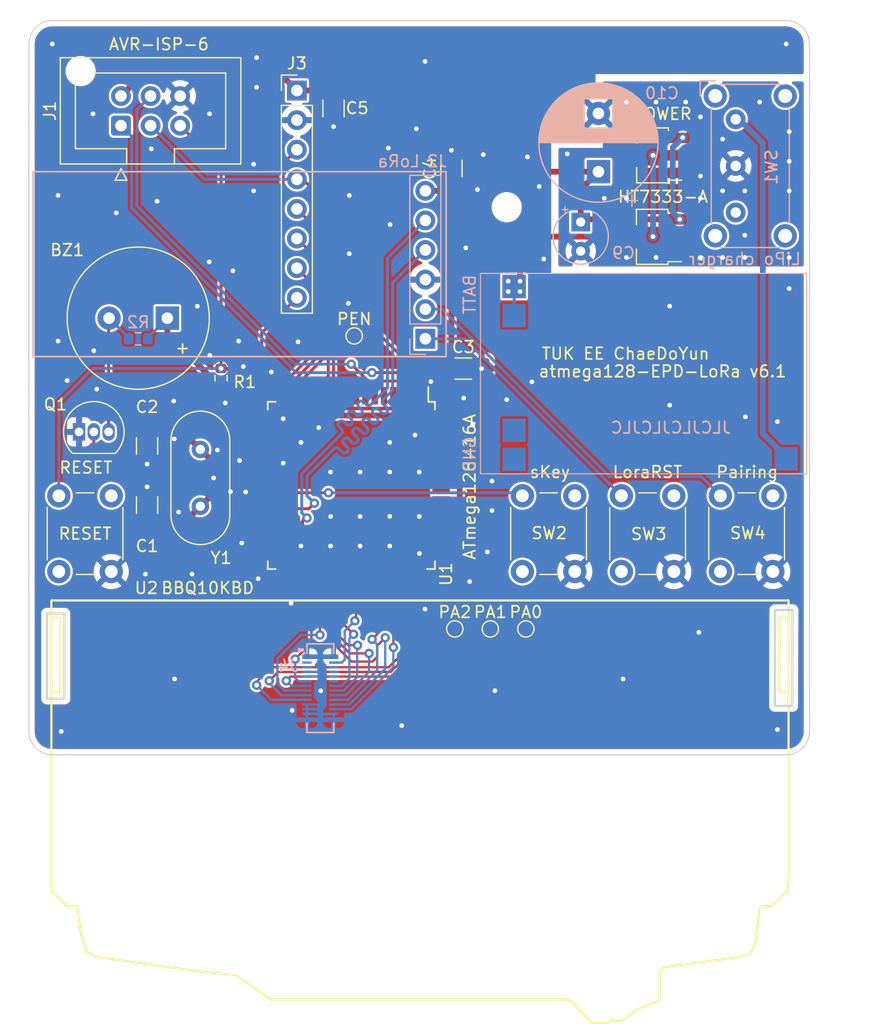
<source format=kicad_pcb>
(kicad_pcb (version 20221018) (generator pcbnew)
  (title_block (title "atmega128-EPD-LoRa") (date "2022-07-15") (rev "4.1") (company "TUK EE") (comment 1 "CHAE DOYUN"))
  (layers (0 "F.Cu" mixed) (31 "B.Cu" mixed) (34 "B.Paste" user) (35 "F.Paste" user) (36 "B.SilkS" user "B.Silkscreen") (37 "F.SilkS" user "F.Silkscreen") (38 "B.Mask" user) (39 "F.Mask" user) (44 "Edge.Cuts" user))
  (net 0 "")
  (net 1 "+3V3")
  (net 2 "GND")
  (net 3 "unconnected-(U1-Pad1)")
  (net 10 "Net-(BZ1-Pad2)")
  (net 13 "/SCK")
  (net 29 "/BUSY")
  (net 30 "/RES")
  (net 31 "/D{slash}C")
  (net 32 "/CS")
  (net 33 "-BATT")
  (net 35 "unconnected-(U1-Pad49)")
  (net 36 "unconnected-(U1-Pad50)")
  (net 37 "unconnected-(U1-Pad51)")
  (net 38 "/SDI")
  (net 39 "/RST")
  (net 40 "/TXD0")
  (net 41 "/RXD0")
  (net 44 "/TXD1")
  (net 45 "/RXD1")
  (net 47 "/LoraRST")
  (net 48 "/PIO6")
  (net 55 "/ROW1")
  (net 56 "/COL1")
  (net 57 "/ROW2")
  (net 58 "/COL2")
  (net 59 "/COL3")
  (net 60 "/COL4")
  (net 61 "/ROW3")
  (net 62 "/COL5")
  (net 63 "/ROW4")
  (net 64 "/ROW5")
  (net 65 "/ROW6")
  (net 66 "/ROW7")
  (net 67 "/X1")
  (net 68 "/X2")
  (net 69 "/BUZZ")
  (net 70 "/sKEY")
  (net 71 "GND1")
  (net 72 "/KCOL5")
  (net 73 "/KCOL4")
  (net 74 "/KCOL3")
  (net 75 "/KCOL2")
  (net 76 "/KCOL1")
  (net 77 "Net-(Q1-Pad3)")
  (footprint "Capacitor_SMD:C_1206_3216Metric_Pad1.33x1.80mm_HandSolder" (layer "F.Cu") (at 147.29 69.8625)
    (fp_text reference "C3")
    (fp_text value "C_1206_3216Metric_Pad1.33x1.80mm_HandSolder" hide)
  )
  (footprint "Connector_PinHeader_2.54mm:PinHeader_1x08_P2.54mm_Vertical" (layer "F.Cu") (at 133 46)
    (fp_text reference "J3")
    (fp_text value "ePaper")
  )
  (footprint "Package_QFP:TQFP-64_14x14mm_P0.8mm" (layer "F.Cu") (at 137.6775 79.8885 -90)
    (fp_text reference "U1")
    (fp_text value "ATmega128-16A")
  )
  (footprint "Crystal:Crystal_HC49-4H_Vertical" (layer "F.Cu") (at 124.714 76.798 -90)
    (fp_text reference "Y1")
    (fp_text value "Crystal" hide)
  )
  (footprint "Button_Switch_THT:SW_PUSH_6mm_H4.3mm" (layer "F.Cu") (at 156.8575 80.7775 -90)
    (fp_text reference "SW2")
    (fp_text value "SW_Push" hide)
  )
  (footprint "Audio_Module:Reverb_BTDR-1A" (layer "F.Cu") (at 143.54 106.82)
    (fp_text reference "U2")
    (fp_text value "BBQ10KBD")
    (fp_line (start -31.98798 -15.936106) (end -31.98798 -8.636106) (stroke (width 0.2)) (layer "Edge.Cuts"))
    (fp_line (start -31.98798 -8.636106) (end -30.48798 -8.636106) (stroke (width 0.2)) (layer "Edge.Cuts"))
    (fp_line (start -30.48798 -15.936106) (end -31.98798 -15.936106) (stroke (width 0.2)) (layer "Edge.Cuts"))
    (fp_line (start -30.48798 -8.636106) (end -30.48798 -15.936106) (stroke (width 0.2)) (layer "Edge.Cuts"))
    (fp_line (start 30.492 -8.001) (end 31.992 -8.001) (stroke (width 0.2)) (layer "Edge.Cuts"))
    (fp_line (start 30.51202 -16.236106) (end 30.492 -8.001) (stroke (width 0.2)) (layer "Edge.Cuts"))
    (fp_line (start 31.992 -8.001) (end 32.01202 -16.236106) (stroke (width 0.2)) (layer "Edge.Cuts"))
    (fp_line (start 32.01202 -16.236106) (end 30.51202 -16.236106) (stroke (width 0.2)) (layer "Edge.Cuts"))
  )
  (footprint "Resistor_SMD:R_0603_1608Metric" (layer "F.Cu") (at 126.492 70.675 90)
    (fp_text reference "R1")
    (fp_text value "R10k" hide)
  )
  (footprint "MountingHole:MountingHole_2.1mm" (layer "F.Cu") (at 151.0125 56.0125)
    (fp_text reference "REF**" hide)
    (fp_text value "MountingHole_2.1mm" hide)
  )
  (footprint "Buzzer_Beeper:Buzzer_12x9.5RM7.6" (layer "F.Cu") (at 123.18 65.532 180)
    (fp_text reference "BZ1")
    (fp_text value "Buzzer" hide)
  )
  (footprint "Button_Switch_THT:SW_PUSH_6mm_H4.3mm" (layer "F.Cu") (at 165.3575 80.7775 -90)
    (fp_text reference "SW3")
    (fp_text value "SW_Push" hide)
  )
  (footprint "Package_TO_SOT_SMD:SOT-89-3_Handsoldering" (layer "F.Cu") (at 163.7995 58.5525 180)
    (fp_text reference "L1" hide)
    (fp_text value "HT7333-A")
  )
  (footprint "MountingHole:MountingHole_2.1mm" (layer "F.Cu") (at 114.4365 44.3285)
    (fp_text reference "REF**" hide)
    (fp_text value "MountingHole_2.1mm" hide)
  )
  (footprint "TestPoint:TestPoint_Pad_D1.0mm" (layer "F.Cu") (at 137.922 67.056)
    (fp_text reference "PEN")
    (fp_text value "TestPoint_Pad_D1.0mm" hide)
  )
  (footprint "TestPoint:TestPoint_Pad_D1.0mm" (layer "F.Cu") (at 146.558 92.202)
    (fp_text reference "PA2")
    (fp_text value "TestPoint_Pad_D1.0mm" hide)
  )
  (footprint "Button_Switch_THT:SW_PUSH_6mm_H4.3mm" (layer "F.Cu") (at 117.0675 80.7775 -90)
    (fp_text reference "SW1" hide)
    (fp_text value "SW_Push" hide)
  )
  (footprint "Package_TO_SOT_THT:TO-92_Inline" (layer "F.Cu") (at 114.3 75.29)
    (fp_text reference "Q1")
    (fp_text value "PN2222A" hide)
  )
  (footprint "TestPoint:TestPoint_Pad_D1.0mm" (layer "F.Cu") (at 149.606 92.202)
    (fp_text reference "PA1")
    (fp_text value "TestPoint_Pad_D1.0mm" hide)
  )
  (footprint "Capacitor_SMD:C_1206_3216Metric_Pad1.33x1.80mm_HandSolder" (layer "F.Cu") (at 136.144 47.5365 -90)
    (fp_text reference "C5")
    (fp_text value "C_1206_3216Metric_Pad1.33x1.80mm_HandSolder" hide)
  )
  (footprint "Package_TO_SOT_SMD:SOT-89-3_Handsoldering" (layer "F.Cu") (at 163.83 51.562 180)
    (fp_text reference "L1" hide)
    (fp_text value "HT7333-A" hide)
  )
  (footprint "Button_Switch_THT:SW_PUSH_6mm_H4.3mm" (layer "F.Cu") (at 173.8575 80.7775 -90)
    (fp_text reference "SW4")
    (fp_text value "SW_Push" hide)
  )
  (footprint "Capacitor_SMD:C_1206_3216Metric_Pad1.33x1.80mm_HandSolder" (layer "F.Cu") (at 146.2675 52.685 90)
    (fp_text reference "C4")
    (fp_text value "C_1206_3216Metric_Pad1.33x1.80mm_HandSolder" hide)
  )
  (footprint "TestPoint:TestPoint_Pad_D1.0mm" (layer "F.Cu") (at 152.654 92.202)
    (fp_text reference "PA0")
    (fp_text value "TestPoint_Pad_D1.0mm" hide)
  )
  (footprint "Connector_IDC:IDC-Header_2x03_P2.54mm_Vertical" (layer "F.Cu") (at 117.9 49.0125 90)
    (fp_text reference "J1")
    (fp_text value "AVR-ISP-6")
  )
  (footprint "Capacitor_SMD:C_1206_3216Metric_Pad1.33x1.80mm_HandSolder" (layer "F.Cu") (at 120.142 76.4925 -90)
    (fp_text reference "C2")
    (fp_text value "C22pF" hide)
  )
  (footprint "Capacitor_SMD:C_1206_3216Metric_Pad1.33x1.80mm_HandSolder" (layer "F.Cu") (at 120.142 81.5725 -90)
    (fp_text reference "C1")
    (fp_text value "C22pF" hide)
  )
  (footprint "" (layer "B.Cu") (at 151.6475 62.8125 180)
    (fp_text reference "")
    (fp_text value "")
  )
  (footprint "Connector_PinHeader_2.54mm:PinHeader_1x06_P2.54mm_Vertical" (layer "B.Cu") (at 144.0275 67.3025)
    (fp_text reference "J2")
    (fp_text value "Conn_01x06_Male" hide)
  )
  (footprint "" (layer "B.Cu") (at 151.6475 75.1525)
    (fp_text reference "")
    (fp_text value "")
  )
  (footprint "Capacitor_THT:CP_Radial_Tantal_D4.5mm_P2.50mm" (layer "B.Cu") (at 157.3625 57.2825 -90)
    (fp_text reference "C9")
    (fp_text value "CP_Radial_Tantal_D4.5mm_P2.50mm" hide)
  )
  (footprint "" (layer "B.Cu") (at 151.6475 65.3125)
    (fp_text reference "")
    (fp_text value "")
  )
  (footprint "" (layer "B.Cu") (at 175 77.6025)
    (fp_text reference "")
    (fp_text value "")
  )
  (footprint "" (layer "B.Cu") (at 151.6475 77.6525)
    (fp_text reference "")
    (fp_text value "")
  )
  (footprint "Capacitor_THT:CP_Radial_D10.0mm_P5.00mm" (layer "B.Cu") (at 158.8865 52.9645 90)
    (fp_text reference "C10")
    (fp_text value "CP_Radial_D10.0mm_P5.00mm" hide)
  )
  (footprint "" (layer "B.Cu") (at 151.6475 62.8125)
    (fp_text reference "")
    (fp_text value "")
  )
  (footprint "Button_Switch_THT:SW_E-Switch_EG1224_SPDT_Angled" (layer "B.Cu") (at 170.6675 48.4675 -90)
    (fp_text reference "POWER")
    (fp_text value "SW_E-Switch_EG1224_SPDT_Angled" hide)
  )
  (footprint "Resistor_SMD:R_0603_1608Metric" (layer "B.Cu") (at 119.38 67.31 180)
    (fp_text reference "R2")
    (fp_text value "10k")
  )
  (footprint "Connector_Hirose:Hirose_BM14-24DS-2DSA_2x14_P2.00mm_Vertical" (layer "B.Cu") (at 135.0105 97.2875 -90)
    (fp_text reference "J4")
    (fp_text value "Conn_02x14_Counter_Clockwise" hide)
  )
  (gr_rect (start 110.3695 52.9645) (end 145.8055 68.8345) (stroke (width 0.15)) (fill none) (layer "B.SilkS"))
  (gr_rect (start 148.7575 61.6925) (end 176.7575 78.8925) (stroke (width 0.1)) (fill none) (layer "B.SilkS"))
  (gr_line (start 177 101) (end 177 42) (stroke (width 0.1)) (layer "Edge.Cuts"))
  (gr_arc (start 175 40) (mid 176.414214 40.585786) (end 177 42) (stroke (width 0.1)) (layer "Edge.Cuts"))
  (gr_line (start 112 103) (end 175 103) (stroke (width 0.1)) (layer "Edge.Cuts"))
  (gr_arc (start 110 42) (mid 110.585786 40.585786) (end 112 40) (stroke (width 0.1)) (layer "Edge.Cuts"))
  (gr_line (start 175 40) (end 112 40) (stroke (width 0.1)) (layer "Edge.Cuts"))
  (gr_arc (start 112 103) (mid 110.585786 102.414214) (end 110 101) (stroke (width 0.1)) (layer "Edge.Cuts"))
  (gr_arc locked (start 177 101) (mid 176.414214 102.414214) (end 175 103) (stroke (width 0.1)) (layer "Edge.Cuts"))
  (gr_line (start 110 42) (end 110 101) (stroke (width 0.1)) (layer "Edge.Cuts"))
  (gr_text "BATT\n" (at 147.828 63.5 90) (layer "B.SilkS") (effects (font (size 1 1)) (justify mirror)))
  (gr_text "JLCJLCJLCJLC" (at 165.1 74.93) (layer "B.SilkS") (effects (font (size 1 1)) (justify mirror)))
  (gr_text "LiPo charger\n" (at 171.45 60.452) (layer "B.SilkS") (effects (font (size 1 1)) (justify mirror)))
  (gr_text "GND\n" (at 147.828 77.216 90) (layer "B.SilkS") (effects (font (size 1 1)) (justify mirror)))
  (gr_text "Pairing" (at 168.91 78.74) (layer "F.SilkS") (effects (font (size 1 1)) (justify left)))
  (gr_text "LoraRST\n" (at 160.02 78.74) (layer "F.SilkS") (effects (font (size 1 1)) (justify left)))
  (gr_text "TUK EE ChaeDoYun\n" (at 153.924 68.58) (layer "F.SilkS") (effects (font (size 1 1)) (justify left)))
  (gr_text "atmega128-EPD-LoRa v6.1\n" (at 153.67 70.104) (layer "F.SilkS") (effects (font (size 1 1)) (justify left)))
  (gr_text "sKey\n" (at 152.908 78.74) (layer "F.SilkS") (effects (font (size 1 1)) (justify left)))
  (gr_text "RESET\n" (at 112.522 78.36) (layer "F.SilkS") (effects (font (size 1 1)) (justify left)))
  (segment (start 130.868891 77.0885) (end 129.9775 77.0885) (width 0.5) (layer "F.Cu") (net 1))
  (segment (start 144.0275 54.6025) (end 145.9125 54.6025) (width 0.5) (layer "F.Cu") (net 1))
  (segment (start 146.6275 83.4885) (end 146.978489 83.137511) (width 0.5) (layer "F.Cu") (net 1))
  (segment (start 146.2675 54.2475) (end 146.2675 69.3225) (width 0.5) (layer "F.Cu") (net 1))
  (segment (start 157.3625 54.4885) (end 158.8865 52.9645) (width 0.5) (layer "F.Cu") (net 1))
  (segment (start 145.3775 73.8885) (end 134.068892 73.8885) (width 0.5) (layer "F.Cu") (net 1))
  (segment (start 121.88 66.888) (end 121.88 65.532) (width 0.5) (layer "F.Cu") (net 1))
  (segment (start 145.3775 83.4885) (end 146.6275 83.4885) (width 0.5) (layer "F.Cu") (net 1))
  (segment (start 138.02 46) (end 146.2675 54.2475) (width 0.5) (layer "F.Cu") (net 1))
  (segment (start 157.5925 57.0525) (end 157.3625 57.2825) (width 0.5) (layer "F.Cu") (net 1))
  (segment (start 133 46) (end 131.45 44.45) (width 0.5) (layer "F.Cu") (net 1))
  (segment (start 158.8865 52.9645) (end 147.5505 52.9645) (width 0.5) (layer "F.Cu") (net 1))
  (segment (start 126.746391 71.5) (end 126.492 71.5) (width 0.5) (layer "F.Cu") (net 1))
  (segment (start 145.9125 54.6025) (end 146.2675 54.2475) (width 0.5) (layer "F.Cu") (net 1))
  (segment (start 146.6275 73.8885) (end 145.3775 73.8885) (width 0.5) (layer "F.Cu") (net 1))
  (segment (start 146.2675 69.3225) (end 145.3775 70.2125) (width 0.5) (layer "F.Cu") (net 1))
  (segment (start 146.978489 74.239489) (end 146.6275 73.8885) (width 0.5) (layer "F.Cu") (net 1))
  (segment (start 145.3775 70.2125) (end 145.3775 73.8885) (width 0.5) (layer "F.Cu") (net 1))
  (segment (start 126.492 71.5) (end 121.88 66.888) (width 0.5) (layer "F.Cu") (net 1))
  (segment (start 127.762 76.123) (end 127.762 72.515609) (width 0.5) (layer "F.Cu") (net 1))
  (segment (start 127.762 72.515609) (end 126.746391 71.5) (width 0.5) (layer "F.Cu") (net 1))
  (segment (start 129.9775 77.0885) (end 128.7275 77.0885) (width 0.5) (layer "F.Cu") (net 1))
  (segment (start 133 46) (end 138.02 46) (width 0.5) (layer "F.Cu") (net 1))
  (segment (start 157.3625 57.2825) (end 157.3625 54.4885) (width 0.5) (layer "F.Cu") (net 1))
  (segment (start 146.978489 83.137511) (end 146.978489 74.239489) (width 0.5) (layer "F.Cu") (net 1))
  (segment (start 145.7275 69.8625) (end 145.3775 70.2125) (width 0.5) (layer "F.Cu") (net 1))
  (segment (start 128.7275 77.0885) (end 127.762 76.123) (width 0.5) (layer "F.Cu") (net 1))
  (segment (start 131.45 44.45) (end 119.9225 44.45) (width 0.5) (layer "F.Cu") (net 1))
  (segment (start 134.068892 73.8885) (end 130.868891 77.0885) (width 0.5) (layer "F.Cu") (net 1))
  (segment (start 165.8625 57.0525) (end 157.5925 57.0525) (width 0.5) (layer "F.Cu") (net 1))
  (segment (start 147.5505 52.9645) (end 146.2675 54.2475) (width 0.5) (layer "F.Cu") (net 1))
  (segment (start 119.9225 44.45) (end 117.9 46.4725) (width 0.5) (layer "F.Cu") (net 1))
  (via (at 166.116 50.038) (size 0.8) (drill 0.4) (layers "F.Cu" "B.Cu") (net 1))
  (via (at 165.8625 57.0525) (size 0.8) (drill 0.4) (layers "F.Cu" "B.Cu") (net 1))
  (segment (start 120.205 67.207) (end 121.88 65.532) (width 0.25) (layer "B.Cu") (net 1))
  (segment (start 165.266489 56.456489) (end 165.8625 57.0525) (width 0.5) (layer "B.Cu") (net 1))
  (segment (start 120.205 67.31) (end 120.205 67.207) (width 0.25) (layer "B.Cu") (net 1))
  (segment (start 165.266489 50.887511) (end 165.266489 56.456489) (width 0.5) (layer "B.Cu") (net 1))
  (segment (start 166.116 50.038) (end 165.266489 50.887511) (width 0.5) (layer "B.Cu") (net 1))
  (segment (start 157.3625 59.7825) (end 157.6325 60.0525) (width 0.5) (layer "F.Cu") (net 2))
  (via (at 149.352 85.598) (size 0.8) (drill 0.4) (layers "F.Cu" "B.Cu") (net 2))
  (via (at 143.5195 85.7305) (size 0.8) (drill 0.4) (layers "F.Cu" "B.Cu") (net 2))
  (via (at 149.7425 82.0475) (size 0.8) (drill 0.4) (layers "F.Cu" "B.Cu") (net 2))
  (via (at 140.97 78.74) (size 0.8) (drill 0.4) (layers "F.Cu" "B.Cu") (net 2))
  (via (at 165 73) (size 0.8) (drill 0.4) (layers "F.Cu" "B.Cu") (net 2))
  (via (at 128.6 80.45) (size 0.8) (drill 0.4) (layers "F.Cu" "B.Cu") (net 2))
  (via (at 140.97 85.09) (size 0.8) (drill 0.4) (layers "F.Cu" "B.Cu") (net 2))
  (via (at 148.5 54.5) (size 0.8) (drill 0.4) (layers "F.Cu" "B.Cu") (net 2))
  (via (at 130.805 70.16) (size 0.8) (drill 0.4) (layers "F.Cu" "B.Cu") (net 2))
  (via (at 133.35 76.2) (size 0.8) (drill 0.4) (layers "F.Cu" "B.Cu") (net 2))
  (via (at 171.5 74) (size 0.8) (drill 0.4) (layers "F.Cu" "B.Cu") (net 2))
  (via (at 129.286 54.61) (size 0.8) (drill 0.4) (layers "F.Cu" "B.Cu") (net 2))
  (via (at 138.43 82.55) (size 0.8) (drill 0.4) (layers "F.Cu" "B.Cu") (net 2))
  (via (at 127.3 80.425) (size 0.8) (drill 0.4) (layers "F.Cu" "B.Cu") (net 2))
  (via (at 172.72 46.99) (size 0.8) (drill 0.4) (layers "F.Cu" "B.Cu") (net 2))
  (via (at 143.1385 75.5705) (size 0.8) (drill 0.4) (layers "F.Cu" "B.Cu") (net 2))
  (via (at 129.54 43.18) (size 0.8) (drill 0.4) (layers "F.Cu" "B.Cu") (net 2))
  (via (at 159.385 55.245) (size 0.8) (drill 0.4) (layers "F.Cu" "B.Cu") (net 2))
  (via (at 126.175 76.85) (size 0.8) (drill 0.4) (layers "F.Cu" "B.Cu") (net 2))
  (via (at 152.7905 51.6945) (size 0.8) (drill 0.4) (layers "F.Cu" "B.Cu") (net 2))
  (via (at 112.5 55) (size 0.8) (drill 0.4) (layers "F.Cu" "B.Cu") (net 2))
  (via (at 115.57 68.326) (size 0.8) (drill 0.4) (layers "F.Cu" "B.Cu") (net 2))
  (via (at 148.082 74.676) (size 0.8) (drill 0.4) (layers "F.Cu" "B.Cu") (net 2))
  (via (at 125.5 48) (size 0.8) (drill 0.4) (layers "F.Cu" "B.Cu") (net 2))
  (via (at 137.414 64.262) (size 0.8) (drill 0.4) (layers "F.Cu" "B.Cu") (net 2))
  (via (at 115.5 48) (size 0.8) (drill 0.4) (layers "F.Cu" "B.Cu") (net 2))
  (via (at 169.545 54.61) (size 0.8) (drill 0.4) (layers "F.Cu" "B.Cu") (net 2))
  (via (at 125.476 60.706) (size 0.8) (drill 0.4) (layers "F.Cu" "B.Cu") (net 2))
  (via (at 128 67.5) (size 0.8) (drill 0.4) (layers "F.Cu" "B.Cu") (net 2))
  (via (at 147.32 72.39) (size 0.8) (drill 0.4) (layers "F.Cu" "B.Cu") (net 2))
  (via (at 122.85 82.175) (size 0.8) (drill 0.4) (layers "F.Cu" "B.Cu") (net 2))
  (via (at 163.83 60.325) (size 0.8) (drill 0.4) (layers "F.Cu" "B.Cu") (net 2))
  (via (at 135.0435 97.5085) (size 0.8) (drill 0.4) (layers "F.Cu" "B.Cu") (net 2))
  (via (at 167.64 60.325) (size 0.8) (drill 0.4) (layers "F.Cu" "B.Cu") (net 2))
  (via (at 171.45 58.42) (size 0.8) (drill 0.4) (layers "F.Cu" "B.Cu") (net 2))
  (via (at 117.5 56.5) (size 0.8) (drill 0.4) (layers "F.Cu" "B.Cu") (net 2))
  (via (at 131.826 77.978) (size 0.8) (drill 0.4) (layers "F.Cu" "B.Cu") (net 2))
  (via (at 138.43 85.09) (size 0.8) (drill 0.4) (layers "F.Cu" "B.Cu") (net 2))
  (via (at 161.29 55.245) (size 0.8) (drill 0.4) (layers "F.Cu" "B.Cu") (net 2))
  (via (at 129.6765 87.8895) (size 0.8) (drill 0.4) (layers "F.Cu" "B.Cu") (net 2))
  (via (at 175.26 49.53) (size 0.8) (drill 0.4) (layers "F.Cu" "B.Cu") (net 2))
  (via (at 154.1875 60.4575) (size 0.8) (drill 0.4) (layers "F.Cu" "B.Cu") (net 2))
  (via (at 137.5 60) (size 0.8) (drill 0.4) (layers "F.Cu" "B.Cu") (net 2))
  (via (at 120.142 78.055) (size 0.8) (drill 0.4) (layers "F.Cu" "B.Cu") (net 2))
  (via (at 151.0125 72.5225) (size 0.8) (drill 0.4) (layers "F.Cu" "B.Cu") (net 2))
  (via (at 122.428 72.644) (size 0.8) (drill 0.4) (layers "F.Cu" "B.Cu") (net 2))
  (via (at 147.828 88.138) (size 0.8) (drill 0.4) (layers "F.Cu" "B.Cu") (net 2))
  (via (at 112.776 101) (size 0.8) (drill 0.4) (layers "F.Cu" "B.Cu") (net 2))
  (via (at 148.8525 69.8625) (size 0.8) (drill 0.4) (layers "F.Cu" "B.Cu") (net 2))
  (via (at 161 96.5) (size 0.8) (drill 0.4) (layers "F.Cu" "B.Cu") (net 2))
  (via (at 166.37 46.99) (size 0.8) (drill 0.4) (layers "F.Cu" "B.Cu") (net 2))
  (via (at 140.97 76.2) (size 0.8) (drill 0.4) (layers "F.Cu" "B.Cu") (net 2))
  (via (at 140.8525 50.9325) (size 0.8) (drill 0.4) (layers "F.Cu" "B.Cu") (net 2))
  (via (at 144 90.5) (size 0.8) (drill 0.4) (layers "F.Cu" "B.Cu") (net 2))
  (via (at 147.5 59.5) (size 0.8) (drill 0.4) (layers "F.Cu" "B.Cu") (net 2))
  (via (at 153.8065 54.2345) (size 0.8) (drill 0.4) (layers "F.Cu" "B.Cu") (net 2))
  (via (at 128.27 84.836) (size 0.8) (drill 0.4) (layers "F.Cu" "B.Cu") (net 2))
  (via (at 161.29 60.325) (size 0.8) (drill 0.4) (layers "F.Cu" "B.Cu") (net 2))
  (via (at 167.5 92.5) (size 0.8) (drill 0.4) (layers "F.Cu" "B.Cu") (net 2))
  (via (at 149 51.5) (size 0.8) (drill 0.4) (layers "F.Cu" "B.Cu") (net 2))
  (via (at 129.286 52.324) (size 0.8) (drill 0.4) (layers "F.Cu" "B.Cu") (net 2))
  (via (at 165 64.5) (size 0.8) (drill 0.4) (layers "F.Cu" "B.Cu") (net 2))
  (via (at 124 87.5) (size 0.8) (drill 0.4) (layers "F.Cu" "B.Cu") (net 2))
  (via (at 126.855 72.81) (size 0.8) (drill 0.4) (layers "F.Cu" "B.Cu") (net 2))
  (via (at 161.29 46.99) (size 0.8) (drill 0.4) (layers "F.Cu" "B.Cu") (net 2))
  (via (at 137.5 55) (size 0.8) (drill 0.4) (layers "F.Cu" "B.Cu") (net 2))
  (via (at 121 55.5) (size 0.8) (drill 0.4) (layers "F.Cu" "B.Cu") (net 2))
  (via (at 175.26 52.07) (size 0.8) (drill 0.4) (layers "F.Cu" "B.Cu") (net 2))
  (via (at 112.5 67.5) (size 0.8) (drill 0.4) (layers "F.Cu" "B.Cu") (net 2))
  (via (at 120.142 80.01) (size 0.8) (drill 0.4) (layers "F.Cu" "B.Cu") (net 2))
  (via (at 134.874 74.93) (size 0.8) (drill 0.4) (layers "F.Cu" "B.Cu") (net 2))
  (via (at 122.475 75.9) (size 0.8) (drill 0.4) (layers "F.Cu" "B.Cu") (net 2))
  (via (at 169.545 60.325) (size 0.8) (drill 0.4) (layers "F.Cu" "B.Cu") (net 2))
  (via (at 146.2675 51.1225) (size 0.8) (drill 0.4) (layers "F.Cu" "B.Cu") (net 2))
  (via (at 113.28 70.885) (size 0.8) (drill 0.4) (layers "F.Cu" "B.Cu") (net 2))
  (via (at 120.5 51) (size 0.8) (drill 0.4) (layers "F.Cu" "B.Cu") (net 2))
  (via (at 125.53 68.72) (size 0.8) (drill 0.4) (layers "F.Cu" "B.Cu") (net 2))
  (via (at 127.508 61.468) (size 0.8) (drill 0.4) (layers "F.Cu" "B.Cu") (net 2))
  (via (at 149.7425 79.5075) (size 0.8) (drill 0.4) (layers "F.Cu" "B.Cu") (net 2))
  (via (at 167.64 48.26) (size 0.8) (drill 0.4) (layers "F.Cu" "B.Cu") (net 2))
  (via (at 175.26 60.325) (size 0.8) (drill 0.4) (layers "F.Cu" "B.Cu") (net 2))
  (via (at 129.54 45.72) (size 0.8) (drill 0.4) (layers "F.Cu" "B.Cu") (net 2))
  (via (at 135.89 85.09) (size 0.8) (drill 0.4) (layers "F.Cu" "B.Cu") (net 2))
  (via (at 169.545 50.165) (size 0.8) (drill 0.4) (layers "F.Cu" "B.Cu") (net 2))
  (via (at 143.256 49.276) (size 0.8) (drill 0.4) (layers "F.Cu" "B.Cu") (net 2))
  (via (at 128.075 77.75) (size 0.8) (drill 0.4) (layers "F.Cu" "B.Cu") (net 2))
  (via (at 174.244 74.422) (size 0.8) (drill 0.4) (layers "F.Cu" "B.Cu") (net 2))
  (via (at 133.35 85.09) (size 0.8) (drill 0.4) (layers "F.Cu" "B.Cu") (net 2))
  (via (at 140.97 82.55) (size 0.8) (drill 0.4) (layers "F.Cu" "B.Cu") (net 2))
  (via (at 124.46 64.516) (size 0.8) (drill 0.4) (layers "F.Cu" "B.Cu") (net 2))
  (via (at 133.096 67.564) (size 0.8) (drill 0.4) (layers "F.Cu" "B.Cu") (net 2))
  (via (at 153.1715 70.9985) (size 0.8) (drill 0.4) (layers "F.Cu" "B.Cu") (net 2))
  (via (at 136.144 49.099) (size 0.8) (drill 0.4) (layers "F.Cu" "B.Cu") (net 2))
  (via (at 174.244 100.838) (size 0.8) (drill 0.4) (layers "F.Cu" "B.Cu") (net 2))
  (via (at 150 97.5) (size 0.8) (drill 0.4) (layers "F.Cu" "B.Cu") (net 2))
  (via (at 142 100.5) (size 0.8) (drill 0.4) (layers "F.Cu" "B.Cu") (net 2))
  (via (at 138.43 78.74) (size 0.8) (drill 0.4) (layers "F.Cu" "B.Cu") (net 2))
  (via (at 132.5975 99.1925) (size 0.8) (drill 0.4) (layers "F.Cu" "B.Cu") (net 2))
  (via (at 115.824 71.628) (size 0.8) (drill 0.4) (layers "F.Cu" "B.Cu") (net 2))
  (via (at 131.826 74.168) (size 0.8) (drill 0.4) (layers "F.Cu" "B.Cu") (net 2))
  (via (at 135.89 78.74) (size 0.8) (drill 0.4) (layers "F.Cu" "B.Cu") (net 2))
  (via (at 175.26 54.61) (size 0.8) (drill 0.4) (layers "F.Cu" "B.Cu") (net 2))
  (via (at 163.83 46.99) (size 0.8) (drill 0.4) (layers "F.Cu" "B.Cu") (net 2))
  (via (at 175.26 62.992) (size 0.8) (drill 0.4) (layers "F.Cu" "B.Cu") (net 2))
  (via (at 141 57.5) (size 0.8) (drill 0.4) (layers "F.Cu" "B.Cu") (net 2))
  (via (at 125.85 79.25) (size 0.8) (drill 0.4) (layers "F.Cu" "B.Cu") (net 2))
  (via (at 132.5 90) (size 0.8) (drill 0.4) (layers "F.Cu" "B.Cu") (net 2))
  (via (at 175 42) (size 0.8) (drill 0.4) (layers "F.Cu" "B.Cu") (net 2))
  (via (at 167.64 55.245) (size 0.8) (drill 0.4) (layers "F.Cu" "B.Cu") (net 2))
  (via (at 144 43.5) (size 0.8) (drill 0.4) (layers "F.Cu" "B.Cu") (net 2))
  (via (at 120 87.5) (size 0.8) (drill 0.4) (layers "F.Cu" "B.Cu") (net 2))
  (via (at 167.64 53.34) (size 0.8) (drill 0.4) (layers "F.Cu" "B.Cu") (net 2))
  (via (at 143.51 78.74) (size 0.8) (drill 0.4) (layers "F.Cu" "B.Cu") (net 2))
  (via (at 135.89 82.55) (size 0.8) (drill 0.4) (layers "F.Cu" "B.Cu") (net 2))
  (via (at 171.45 60.325) (size 0.8) (drill 0.4) (layers "F.Cu" "B.Cu") (net 2))
  (via (at 156.21 51.435) (size 0.8) (drill 0.4) (layers "F.Cu" "B.Cu") (net 2))
  (via (at 144.5 70.975) (size 0.8) (drill 0.4) (layers "F.Cu" "B.Cu") (net 2))
  (via (at 122.5 96.5) (size 0.8) (drill 0.4) (layers "F.Cu" "B.Cu") (net 2))
  (via (at 143.51 82.55) (size 0.8) (drill 0.4) (layers "F.Cu" "B.Cu") (net 2))
  (via (at 128.405 69.685) (size 0.8) (drill 0.4) (layers "F.Cu" "B.Cu") (net 2))
  (via (at 171.45 54.61) (size 0.8) (drill 0.4) (layers "F.Cu" "B.Cu") (net 2))
  (via (at 112 42) (size 0.8) (drill 0.4) (layers "F.Cu" "B.Cu") (net 2))
  (segment (start 135.0345 98.6875) (end 135.0435 98.6785) (width 0.2) (layer "B.Cu") (net 2))
  (segment (start 133.8605 99.9875) (end 135.0435 99.9875) (width 0.2) (layer "B.Cu") (net 2))
  (segment (start 136.1605 94.5875) (end 135.0435 94.5875) (width 0.2) (layer "B.Cu") (net 2))
  (segment (start 135.0425 96.2875) (end 133.8605 96.2875) (width 0.2) (layer "B.Cu") (net 2))
  (segment (start 135.0435 95.9965) (end 135.0435 96.2885) (width 0.2) (layer "B.Cu") (net 2))
  (segment (start 133.8605 99.4875) (end 135.0025 99.4875) (width 0.25) (layer "B.Cu") (net 2))
  (segment (start 135.6125 99.9875) (end 136.1605 99.9875) (width 0.2) (layer "B.Cu") (net 2))
  (segment (start 135.0435 99.9875) (end 135.0435 97.5085) (width 0.2) (layer "B.Cu") (net 2))
  (segment (start 135.027011 99.512011) (end 136.1605 99.512011) (width 0.25) (layer "B.Cu") (net 2))
  (segment (start 135.0435 96.2885) (end 135.0425 96.2875) (width 0.2) (layer "B.Cu") (net 2))
  (segment (start 135.0025 99.4875) (end 135.027011 99.512011) (width 0.25) (layer "B.Cu") (net 2))
  (segment (start 133.8605 98.6875) (end 133.8605 99.9875) (width 0.2) (layer "B.Cu") (net 2))
  (segment (start 136.1605 99.4875) (end 136.1605 99.9875) (width 0.2) (layer "B.Cu") (net 2))
  (segment (start 135.0435 98.6785) (end 135.0435 98.9885) (width 0.2) (layer "B.Cu") (net 2))
  (segment (start 134.9345 95.8875) (end 133.8605 95.8875) (width 0.2) (layer "B.Cu") (net 2))
  (segment (start 133.8605 98.6875) (end 135.0345 98.6875) (width 0.2) (layer "B.Cu") (net 2))
  (segment (start 170.049 53.086) (end 170.6675 52.4675) (width 0.5) (layer "B.Cu") (net 2))
  (segment (start 135.0435 97.5085) (end 135.0435 98.6785) (width 0.2) (layer "B.Cu") (net 2))
  (segment (start 133.8605 99.0875) (end 134.9445 99.0875) (width 0.25) (layer "B.Cu") (net 2))
  (segment (start 135.0435 99.9875) (end 135.6125 99.9875) (width 0.2) (layer "B.Cu") (net 2))
  (segment (start 135.0435 96.2885) (end 135.0435 97.5085) (width 0.2) (layer "B.Cu") (net 2))
  (segment (start 135.0435 94.5875) (end 133.8605 94.5875) (width 0.2) (layer "B.Cu") (net 2))
  (segment (start 135.0435 94.5875) (end 135.0435 95.9965) (width 0.2) (layer "B.Cu") (net 2))
  (segment (start 137.922 67.056) (end 140.208 67.056) (width 0.25) (layer "F.Cu") (net 3))
  (segment (start 140.208 67.056) (end 143.6775 70.5255) (width 0.25) (layer "F.Cu") (net 3))
  (segment (start 143.6775 70.5255) (end 143.6775 72.1885) (width 0.25) (layer "F.Cu") (net 3))
  (segment (start 116.84 65.572) (end 116.88 65.532) (width 0.25) (layer "F.Cu") (net 10))
  (segment (start 116.84 75.29) (end 116.84 65.572) (width 0.25) (layer "F.Cu") (net 10))
  (segment (start 118.555 67.207) (end 116.88 65.532) (width 0.25) (layer "B.Cu") (net 10))
  (segment (start 118.555 67.31) (end 118.555 67.207) (width 0.25) (layer "B.Cu") (net 10))
  (segment (start 136.144 70.847978) (end 136.144 56.260283) (width 0.25) (layer "F.Cu") (net 13))
  (segment (start 135.6775 71.314478) (end 136.144 70.847978) (width 0.25) (layer "F.Cu") (net 13))
  (segment (start 133.503717 53.62) (end 133 53.62) (width 0.25) (layer "F.Cu") (net 13))
  (segment (start 135.6775 72.1885) (end 135.6775 71.314478) (width 0.25) (layer "F.Cu") (net 13))
  (segment (start 136.144 56.260283) (end 133.503717 53.62) (width 0.25) (layer "F.Cu") (net 13))
  (segment (start 125.0475 53.62) (end 120.44 49.0125) (width 0.25) (layer "B.Cu") (net 13))
  (segment (start 133 53.62) (end 125.0475 53.62) (width 0.25) (layer "B.Cu") (net 13))
  (segment (start 129.9775 73.8885) (end 129.9775 66.8025) (width 0.25) (layer "F.Cu") (net 29))
  (segment (start 129.9775 66.8025) (end 133 63.78) (width 0.25) (layer "F.Cu") (net 29))
  (segment (start 131.6775 71.314478) (end 131.6775 72.1885) (width 0.25) (layer "F.Cu") (net 30))
  (segment (start 134.34592 68.646058) (end 131.6775 71.314478) (width 0.25) (layer "F.Cu") (net 30))
  (segment (start 133 61.24) (end 134.34592 62.58592) (width 0.25) (layer "F.Cu") (net 30))
  (segment (start 134.34592 62.58592) (end 134.34592 68.646058) (width 0.25) (layer "F.Cu") (net 30))
  (segment (start 134.79544 60.49544) (end 133 58.7) (width 0.25) (layer "F.Cu") (net 31))
  (segment (start 132.4775 72.1885) (end 132.4775 71.150196) (width 0.25) (layer "F.Cu") (net 31))
  (segment (start 134.79544 68.832256) (end 134.79544 60.49544) (width 0.25) (layer "F.Cu") (net 31))
  (segment (start 132.4775 71.150196) (end 134.79544 68.832256) (width 0.25) (layer "F.Cu") (net 31))
  (segment (start 135.24496 69.018454) (end 133.2775 70.985914) (width 0.25) (layer "F.Cu") (net 32))
  (segment (start 135.24496 58.40496) (end 135.24496 69.018454) (width 0.25) (layer "F.Cu") (net 32))
  (segment (start 133.2775 70.985914) (end 133.2775 72.1885) (width 0.25) (layer "F.Cu") (net 32))
  (segment (start 133 56.16) (end 135.24496 58.40496) (width 0.25) (layer "F.Cu") (net 32))
  (segment (start 165.755489 58.532989) (end 165.775 58.5525) (width 0.5) (layer "F.Cu") (net 33))
  (segment (start 163.576 58.532989) (end 153.572011 58.532989) (width 0.5) (layer "F.Cu") (net 33))
  (segment (start 153.572011 58.532989) (end 152.1555 59.9495) (width 0.5) (layer "F.Cu") (net 33))
  (segment (start 152.1555 59.9495) (end 152.1555 62.3625) (width 0.5) (layer "F.Cu") (net 33))
  (segment (start 163.576 58.532989) (end 165.755489 58.532989) (width 0.5) (layer "F.Cu") (net 33))
  (via (at 151.1395 62.3625) (size 0.8) (drill 0.4) (layers "F.Cu" "B.Cu") (net 33))
  (via (at 152.1555 63.2515) (size 0.8) (drill 0.4) (layers "F.Cu" "B.Cu") (net 33))
  (via (at 163.576 51.562) (size 0.8) (drill 0.4) (layers "F.Cu" "B.Cu") (net 33))
  (via (at 163.576 58.532989) (size 0.8) (drill 0.4) (layers "F.Cu" "B.Cu") (net 33))
  (via (at 152.1555 62.3625) (size 0.8) (drill 0.4) (layers "F.Cu" "B.Cu") (net 33))
  (via (at 151.1395 63.2515) (size 0.8) (drill 0.4) (layers "F.Cu" "B.Cu") (net 33))
  (segment (start 151.6475 64.9025) (end 151.6475 62.8125) (width 0.25) (layer "B.Cu") (net 33))
  (segment (start 163.576 58.532989) (end 163.576 51.562) (width 0.5) (layer "B.Cu") (net 33))
  (segment (start 151.6475 65.3125) (end 151.6475 64.9025) (width 0.25) (layer "B.Cu") (net 33))
  (segment (start 146.558 86.106) (end 146.558 92.202) (width 0.25) (layer "F.Cu") (net 35))
  (segment (start 146.3405 85.8885) (end 146.558 86.106) (width 0.25) (layer "F.Cu") (net 35))
  (segment (start 145.3775 85.8885) (end 146.3405 85.8885) (width 0.25) (layer "F.Cu") (net 35))
  (segment (start 145.3775 85.0885) (end 146.3775 85.0885) (width 0.25) (layer "F.Cu") (net 36))
  (segment (start 146.3775 85.0885) (end 149.606 88.317) (width 0.25) (layer "F.Cu") (net 36))
  (segment (start 149.606 88.317) (end 149.606 92.202) (width 0.25) (layer "F.Cu") (net 36))
  (segment (start 145.3775 84.2885) (end 146.213217 84.2885) (width 0.25) (layer "F.Cu") (net 37))
  (segment (start 146.213217 84.2885) (end 152.654 90.729283) (width 0.25) (layer "F.Cu") (net 37))
  (segment (start 152.654 90.729283) (end 152.654 92.202) (width 0.25) (layer "F.Cu") (net 37))
  (segment (start 135.69448 56.44648) (end 134.233489 54.985489) (width 0.25) (layer "F.Cu") (net 38))
  (segment (start 131.825489 54.106499) (end 131.825489 52.254511) (width 0.25) (layer "F.Cu") (net 38))
  (segment (start 135.69448 70.497498) (end 135.69448 64.262) (width 0.25) (layer "F.Cu") (net 38))
  (segment (start 134.233489 54.985489) (end 132.704479 54.985489) (width 0.25) (layer "F.Cu") (net 38))
  (segment (start 134.8775 71.314478) (end 135.69448 70.497498) (width 0.25) (layer "F.Cu") (net 38))
  (segment (start 132.704479 54.985489) (end 131.825489 54.106499) (width 0.25) (layer "F.Cu") (net 38))
  (segment (start 134.8775 72.1885) (end 134.8775 71.314478) (width 0.25) (layer "F.Cu") (net 38))
  (segment (start 135.69448 64.712954) (end 135.69448 56.44648) (width 0.25) (layer "F.Cu") (net 38))
  (segment (start 131.825489 52.254511) (end 133 51.08) (width 0.25) (layer "F.Cu") (net 38))
  (segment (start 128.524 75.946) (end 128.524 71.374) (width 0.25) (layer "F.Cu") (net 39))
  (segment (start 126.492 69.85) (end 126.492 52.5245) (width 0.25) (layer "F.Cu") (net 39))
  (segment (start 127 69.85) (end 128.524 71.374) (width 0.25) (layer "F.Cu") (net 39))
  (segment (start 126.492 52.5245) (end 122.98 49.0125) (width 0.25) (layer "F.Cu") (net 39))
  (segment (start 128.8665 76.2885) (end 128.524 75.946) (width 0.25) (layer "F.Cu") (net 39))
  (segment (start 126.492 69.85) (end 127 69.85) (width 0.25) (layer "F.Cu") (net 39))
  (segment (start 129.9775 76.2885) (end 128.8665 76.2885) (width 0.25) (layer "F.Cu") (net 39))
  (via (at 126.492 69.85) (size 0.8) (drill 0.4) (layers "F.Cu" "B.Cu") (net 39))
  (segment (start 115.495022 69.85) (end 112.5675 72.777522) (width 0.25) (layer "B.Cu") (net 39))
  (segment (start 112.5675 72.777522) (end 112.5675 80.7775) (width 0.25) (layer "B.Cu") (net 39))
  (segment (start 126.492 69.85) (end 115.495022 69.85) (width 0.25) (layer "B.Cu") (net 39))
  (segment (start 139.117 70.9325) (end 141.695522 70.9325) (width 0.25) (layer "F.Cu") (net 40))
  (segment (start 141.695522 70.9325) (end 142.0775 71.314478) (width 0.25) (layer "F.Cu") (net 40))
  (segment (start 137.668 69.4835) (end 139.117 70.9325) (width 0.25) (layer "F.Cu") (net 40))
  (segment (start 142.0775 71.314478) (end 142.0775 72.1885) (width 0.25) (layer "F.Cu") (net 40))
  (via (at 137.668 69.4835) (size 0.8) (drill 0.4) (layers "F.Cu" "B.Cu") (net 40))
  (segment (start 119.265489 55.893207) (end 119.265489 47.647011) (width 0.25) (layer "B.Cu") (net 40))
  (segment (start 137.668 69.4835) (end 132.855782 69.4835) (width 0.25) (layer "B.Cu") (net 40))
  (segment (start 119.265489 47.647011) (end 120.44 46.4725) (width 0.25) (layer "B.Cu") (net 40))
  (segment (start 132.855782 69.4835) (end 119.265489 55.893207) (width 0.25) (layer "B.Cu") (net 40))
  (segment (start 139.446 70.208) (end 141.60674 70.208) (width 0.25) (layer "F.Cu") (net 41))
  (segment (start 141.60674 70.208) (end 142.8775 71.47876) (width 0.25) (layer "F.Cu") (net 41))
  (segment (start 142.8775 71.47876) (end 142.8775 72.1885) (width 0.25) (layer "F.Cu") (net 41))
  (via (at 139.446 70.208) (size 0.8) (drill 0.4) (layers "F.Cu" "B.Cu") (net 41))
  (segment (start 132.944566 70.208) (end 118.815969 56.079403) (width 0.25) (layer "B.Cu") (net 41))
  (segment (start 118.815969 56.079403) (end 118.815969 49.928469) (width 0.25) (layer "B.Cu") (net 41))
  (segment (start 118.815969 49.928469) (end 117.9 49.0125) (width 0.25) (layer "B.Cu") (net 41))
  (segment (start 139.446 70.208) (end 132.944566 70.208) (width 0.25) (layer "B.Cu") (net 41))
  (segment (start 133.7915 82.6885) (end 133.8415 82.6885) (width 0.25) (layer "F.Cu") (net 44))
  (segment (start 129.9775 82.6885) (end 132.5915 82.6885) (width 0.25) (layer "F.Cu") (net 44))
  (segment (start 133.8415 82.6885) (end 133.8615 82.6885) (width 0.25) (layer "F.Cu") (net 44))
  (segment (start 132.8915 82.9885) (end 132.8915 83.199782) (width 0.25) (layer "F.Cu") (net 44))
  (segment (start 133.4915 83.199782) (end 133.4915 82.9885) (width 0.25) (layer "F.Cu") (net 44))
  (segment (start 133.8615 82.6885) (end 133.8675 82.6825) (width 0.25) (layer "F.Cu") (net 44))
  (via (at 133.8675 82.6825) (size 0.8) (drill 0.4) (layers "F.Cu" "B.Cu") (net 44))
  (arc (start 133.1915 83.499782) (mid 133.403632 83.411914) (end 133.4915 83.199782) (width 0.25) (layer "F.Cu") (net 44))
  (arc (start 132.8915 83.199782) (mid 132.979368 83.411914) (end 133.1915 83.499782) (width 0.25) (layer "F.Cu") (net 44))
  (arc (start 132.5915 82.6885) (mid 132.803632 82.776368) (end 132.8915 82.9885) (width 0.25) (layer "F.Cu") (net 44))
  (arc (start 133.4915 82.9885) (mid 133.579368 82.776368) (end 133.7915 82.6885) (width 0.25) (layer "F.Cu") (net 44))
  (segment (start 138.744243 72.732328) (end 138.744243 72.732329) (width 0.25) (layer "B.Cu") (net 44))
  (segment (start 138.095297 73.780442) (end 137.895713 73.580858) (width 0.25) (layer "B.Cu") (net 44))
  (segment (start 140.77798 71.52202) (end 139.368091 72.931912) (width 0.25) (layer "B.Cu") (net 44))
  (segment (start 133.41798 78.88202) (end 133.41798 82.23298) (width 0.25) (layer "B.Cu") (net 44))
  (segment (start 138.319977 73.156593) (end 138.51956 73.356176) (width 0.25) (layer "B.Cu") (net 44))
  (segment (start 138.943827 72.931912) (end 138.744243 72.732328) (width 0.25) (layer "B.Cu") (net 44))
  (segment (start 133.41798 82.23298) (end 133.8675 82.6825) (width 0.25) (layer "B.Cu") (net 44))
  (segment (start 137.895713 73.580858) (end 137.895713 73.580859) (width 0.25) (layer "B.Cu") (net 44))
  (segment (start 136.8225 75.4775) (end 133.41798 78.88202) (width 0.25) (layer "B.Cu") (net 44))
  (segment (start 137.67103 74.62897) (end 137.671031 74.628972) (width 0.25) (layer "B.Cu") (net 44))
  (segment (start 140.77798 60.39202) (end 140.77798 71.52202) (width 0.25) (layer "B.Cu") (net 44))
  (segment (start 136.622917 74.853653) (end 136.8225 75.053236) (width 0.25) (layer "B.Cu") (net 44))
  (segment (start 137.471447 74.005123) (end 137.67103 74.204706) (width 0.25) (layer "B.Cu") (net 44))
  (segment (start 138.51956 73.78044) (end 138.519561 73.780442) (width 0.25) (layer "B.Cu") (net 44))
  (segment (start 137.047183 74.429388) (end 137.047183 74.429389) (width 0.25) (layer "B.Cu") (net 44))
  (segment (start 144.0275 57.1425) (end 140.77798 60.39202) (width 0.25) (layer "B.Cu") (net 44))
  (segment (start 137.246767 74.628972) (end 137.047183 74.429388) (width 0.25) (layer "B.Cu") (net 44))
  (arc (start 137.895713 73.580859) (mid 137.683581 73.49299) (end 137.471447 73.580859) (width 0.25) (layer "B.Cu") (net 44))
  (arc (start 136.622917 74.429389) (mid 136.535049 74.641521) (end 136.622917 74.853653) (width 0.25) (layer "B.Cu") (net 44))
  (arc (start 137.671031 74.628972) (mid 137.458899 74.71684) (end 137.246767 74.628972) (width 0.25) (layer "B.Cu") (net 44))
  (arc (start 137.047183 74.429389) (mid 136.835051 74.34152) (end 136.622917 74.429389) (width 0.25) (layer "B.Cu") (net 44))
  (arc (start 136.8225 75.053236) (mid 136.910368 75.265368) (end 136.8225 75.4775) (width 0.25) (layer "B.Cu") (net 44))
  (arc (start 139.368091 72.931912) (mid 139.155959 73.01978) (end 138.943827 72.931912) (width 0.25) (layer "B.Cu") (net 44))
  (arc (start 138.744243 72.732329) (mid 138.532111 72.64446) (end 138.319977 72.732329) (width 0.25) (layer "B.Cu") (net 44))
  (arc (start 137.67103 74.204706) (mid 137.758898 74.416838) (end 137.67103 74.62897) (width 0.25) (layer "B.Cu") (net 44))
  (arc (start 138.319977 72.732329) (mid 138.232109 72.944461) (end 138.319977 73.156593) (width 0.25) (layer "B.Cu") (net 44))
  (arc (start 138.51956 73.356176) (mid 138.607428 73.568308) (end 138.51956 73.78044) (width 0.25) (layer "B.Cu") (net 44))
  (arc (start 137.471447 73.580859) (mid 137.383579 73.792991) (end 137.471447 74.005123) (width 0.25) (layer "B.Cu") (net 44))
  (arc (start 138.519561 73.780442) (mid 138.307429 73.86831) (end 138.095297 73.780442) (width 0.25) (layer "B.Cu") (net 44))
  (segment (start 131.5565 81.8885) (end 129.9775 81.8885) (width 0.25) (layer "F.Cu") (net 45))
  (segment (start 131.760058 81.8885) (end 131.5565 81.8885) (width 0.25) (layer "F.Cu") (net 45))
  (segment (start 134.0265 81.8885) (end 132.7565 81.8885) (width 0.25) (layer "F.Cu") (net 45))
  (segment (start 132.360058 81.492058) (end 132.1565 81.492058) (width 0.25) (layer "F.Cu") (net 45))
  (segment (start 134.5025 81.4125) (end 134.0265 81.8885) (width 0.25) (layer "F.Cu") (net 45))
  (via (at 134.5025 81.4125) (size 0.8) (drill 0.4) (layers "F.Cu" "B.Cu") (net 45))
  (arc (start 132.558279 81.690279) (mid 132.500221 81.550116) (end 132.360058 81.492058) (width 0.25) (layer "F.Cu") (net 45))
  (arc (start 132.1565 81.492058) (mid 132.016337 81.550116) (end 131.958279 81.690279) (width 0.25) (layer "F.Cu") (net 45))
  (arc (start 131.958279 81.690279) (mid 131.900221 81.830442) (end 131.760058 81.8885) (width 0.25) (layer "F.Cu") (net 45))
  (arc (start 132.7565 81.8885) (mid 132.616337 81.830442) (end 132.558279 81.690279) (width 0.25) (layer "F.Cu") (net 45))
  (segment (start 140.536569 72.399149) (end 141.2275 71.708218) (width 0.25) (layer "B.Cu") (net 45))
  (segment (start 140.430503 72.505214) (end 140.536569 72.399149) (width 0.25) (layer "B.Cu") (net 45))
  (segment (start 137.319229 76.606436) (end 137.036386 76.323593) (width 0.25) (layer "B.Cu") (net 45))
  (segment (start 137.036386 75.899329) (end 137.036387 75.89933) (width 0.25) (layer "B.Cu") (net 45))
  (segment (start 137.884915 75.0508) (end 137.884916 75.050801) (width 0.25) (layer "B.Cu") (net 45))
  (segment (start 140.713345 73.212319) (end 140.713345 73.21232) (width 0.25) (layer "B.Cu") (net 45))
  (segment (start 133.8675 80.7775) (end 133.8675 79.068218) (width 0.25) (layer "B.Cu") (net 45))
  (segment (start 140.713345 73.21232) (end 140.430502 72.929477) (width 0.25) (layer "B.Cu") (net 45))
  (segment (start 144.0275 59.6825) (end 141.2275 62.4825) (width 0.25) (layer "B.Cu") (net 45))
  (segment (start 139.864816 74.060849) (end 139.581973 73.778006) (width 0.25) (layer "B.Cu") (net 45))
  (segment (start 140.430502 72.505213) (end 140.430503 72.505214) (width 0.25) (layer "B.Cu") (net 45))
  (segment (start 139.864816 74.060848) (end 139.864816 74.060849) (width 0.25) (layer "B.Cu") (net 45))
  (segment (start 139.581974 73.353743) (end 139.581975 73.353743) (width 0.25) (layer "B.Cu") (net 45))
  (segment (start 137.036387 75.89933) (end 137.036388 75.89933) (width 0.25) (layer "B.Cu") (net 45))
  (segment (start 138.309181 75.050801) (end 138.592023 75.333643) (width 0.25) (layer "B.Cu") (net 45))
  (segment (start 140.006239 73.353743) (end 140.289081 73.636585) (width 0.25) (layer "B.Cu") (net 45))
  (segment (start 139.581973 73.353742) (end 139.581974 73.353743) (width 0.25) (layer "B.Cu") (net 45))
  (segment (start 133.8675 79.068218) (end 136.187859 76.747859) (width 0.25) (layer "B.Cu") (net 45))
  (segment (start 137.884916 75.050801) (end 137.884917 75.050801) (width 0.25) (layer "B.Cu") (net 45))
  (segment (start 137.460652 75.89933) (end 137.743494 76.182172) (width 0.25) (layer "B.Cu") (net 45))
  (segment (start 138.733445 74.202272) (end 138.733446 74.202272) (width 0.25) (layer "B.Cu") (net 45))
  (segment (start 137.319229 76.606435) (end 137.319229 76.606436) (width 0.25) (layer "B.Cu") (net 45))
  (segment (start 138.733444 74.202271) (end 138.733445 74.202272) (width 0.25) (layer "B.Cu") (net 45))
  (segment (start 141.2275 62.4825) (end 141.2275 63.8925) (width 0.25) (layer "B.Cu") (net 45))
  (segment (start 138.167758 75.757907) (end 137.884915 75.475064) (width 0.25) (layer "B.Cu") (net 45))
  (segment (start 138.167758 75.757906) (end 138.167758 75.757907) (width 0.25) (layer "B.Cu") (net 45))
  (segment (start 139.15771 74.202272) (end 139.440552 74.485114) (width 0.25) (layer "B.Cu") (net 45))
  (segment (start 136.612123 76.747859) (end 136.894965 77.030701) (width 0.25) (layer "B.Cu") (net 45))
  (segment (start 134.5025 81.4125) (end 133.8675 80.7775) (width 0.25) (layer "B.Cu") (net 45))
  (segment (start 139.016287 74.909377) (end 139.016287 74.909378) (width 0.25) (layer "B.Cu") (net 45))
  (segment (start 141.2275 71.708218) (end 141.2275 63.8925) (width 0.25) (layer "B.Cu") (net 45))
  (segment (start 139.016287 74.909378) (end 138.733444 74.626535) (width 0.25) (layer "B.Cu") (net 45))
  (arc (start 140.713345 73.636585) (mid 140.801213 73.424452) (end 140.713345 73.212319) (width 0.25) (layer "B.Cu") (net 45))
  (arc (start 139.581975 73.353743) (mid 139.794107 73.265875) (end 140.006239 73.353743) (width 0.25) (layer "B.Cu") (net 45))
  (arc (start 137.036388 75.89933) (mid 137.24852 75.811462) (end 137.460652 75.89933) (width 0.25) (layer "B.Cu") (net 45))
  (arc (start 137.319229 77.030701) (mid 137.407097 76.818568) (end 137.319229 76.606435) (width 0.25) (layer "B.Cu") (net 45))
  (arc (start 137.036386 76.323593) (mid 136.948518 76.111461) (end 137.036386 75.899329) (width 0.25) (layer "B.Cu") (net 45))
  (arc (start 137.884917 75.050801) (mid 138.097049 74.962933) (end 138.309181 75.050801) (width 0.25) (layer "B.Cu") (net 45))
  (arc (start 137.743494 76.182172) (mid 137.955626 76.27004) (end 138.167758 76.182172) (width 0.25) (layer "B.Cu") (net 45))
  (arc (start 136.187859 76.747859) (mid 136.399991 76.659991) (end 136.612123 76.747859) (width 0.25) (layer "B.Cu") (net 45))
  (arc (start 138.733446 74.202272) (mid 138.945578 74.114404) (end 139.15771 74.202272) (width 0.25) (layer "B.Cu") (net 45))
  (arc (start 137.884915 75.475064) (mid 137.797047 75.262932) (end 137.884915 75.0508) (width 0.25) (layer "B.Cu") (net 45))
  (arc (start 140.289081 73.636585) (mid 140.501213 73.724453) (end 140.713345 73.636585) (width 0.25) (layer "B.Cu") (net 45))
  (arc (start 140.430502 72.929477) (mid 140.342634 72.717345) (end 140.430502 72.505213) (width 0.25) (layer "B.Cu") (net 45))
  (arc (start 139.864816 74.485114) (mid 139.952684 74.272981) (end 139.864816 74.060848) (width 0.25) (layer "B.Cu") (net 45))
  (arc (start 139.581973 73.778006) (mid 139.494105 73.565874) (end 139.581973 73.353742) (width 0.25) (layer "B.Cu") (net 45))
  (arc (start 136.894965 77.030701) (mid 137.107097 77.118569) (end 137.319229 77.030701) (width 0.25) (layer "B.Cu") (net 45))
  (arc (start 139.440552 74.485114) (mid 139.652684 74.572982) (end 139.864816 74.485114) (width 0.25) (layer "B.Cu") (net 45))
  (arc (start 139.016287 75.333643) (mid 139.104155 75.12151) (end 139.016287 74.909377) (width 0.25) (layer "B.Cu") (net 45))
  (arc (start 138.592023 75.333643) (mid 138.804155 75.421511) (end 139.016287 75.333643) (width 0.25) (layer "B.Cu") (net 45))
  (arc (start 138.167758 76.182172) (mid 138.255626 75.970039) (end 138.167758 75.757906) (width 0.25) (layer "B.Cu") (net 45))
  (arc (start 138.733444 74.626535) (mid 138.645576 74.414403) (end 138.733444 74.202271) (width 0.25) (layer "B.Cu") (net 45))
  (segment (start 147.3825 67.3025) (end 144.0275 67.3025) (width 0.25) (layer "B.Cu") (net 47))
  (segment (start 160.8575 80.7775) (end 147.3825 67.3025) (width 0.25) (layer "B.Cu") (net 47))
  (segment (start 147.568698 66.85298) (end 159.842218 79.1265) (width 0.25) (layer "B.Cu") (net 48))
  (segment (start 144.0275 64.7625) (end 145.478218 64.7625) (width 0.25) (layer "B.Cu") (net 48))
  (segment (start 159.842218 79.1265) (end 167.7215 79.1265) (width 0.25) (layer "B.Cu") (net 48))
  (segment (start 145.478218 64.7625) (end 149.013859 68.298141) (width 0.25) (layer "B.Cu") (net 48))
  (segment (start 167.7215 79.1265) (end 169.3725 80.7775) (width 0.25) (layer "B.Cu") (net 48))
  (segment (start 132.8515 94.79148) (end 134.2485 93.39448) (width 0.2) (layer "F.Cu") (net 55))
  (segment (start 134.2485 89.383522) (end 133.2775 88.412522) (width 0.2) (layer "F.Cu") (net 55))
  (segment (start 134.2485 93.39448) (end 134.2485 89.383522) (width 0.2) (layer "F.Cu") (net 55))
  (segment (start 133.2775 88.412522) (end 133.2775 87.5885) (width 0.2) (layer "F.Cu") (net 55))
  (via (at 132.8515 94.79148) (size 0.8) (drill 0.4) (layers "F.Cu" "B.Cu") (net 55))
  (segment (start 132.8515 94.79148) (end 132.8515 96.3985) (width 0.2) (layer "B.Cu") (net 55))
  (segment (start 133.1405 96.6875) (end 133.8605 96.6875) (width 0.2) (layer "B.Cu") (net 55))
  (segment (start 132.8515 96.3985) (end 133.1405 96.6875) (width 0.2) (layer "B.Cu") (net 55))
  (segment (start 134.97896 92.7155) (end 134.97896 89.38196) (width 0.2) (layer "F.Cu") (net 57))
  (segment (start 134.97896 89.38196) (end 134.0775 88.4805) (width 0.2) (layer "F.Cu") (net 57))
  (segment (start 134.0775 88.4805) (end 134.0775 87.5885) (width 0.2) (layer "F.Cu") (net 57))
  (via (at 134.97896 92.7155) (size 0.8) (drill 0.4) (layers "F.Cu" "B.Cu") (net 57))
  (segment (start 131.3275 96.9065) (end 131.9085 97.4875) (width 0.2) (layer "B.Cu") (net 57))
  (segment (start 131.9085 97.4875) (end 133.8605 97.4875) (width 0.2) (layer "B.Cu") (net 57))
  (segment (start 131.3275 94.7475) (end 131.3275 96.9065) (width 0.2) (layer "B.Cu") (net 57))
  (segment (start 133.3595 92.7155) (end 131.3275 94.7475) (width 0.2) (layer "B.Cu") (net 57))
  (segment (start 134.97896 92.7155) (end 133.3595 92.7155) (width 0.2) (layer "B.Cu") (net 57))
  (segment (start 134.8775 88.412522) (end 134.8775 87.5885) (width 0.2) (layer "F.Cu") (net 61))
  (segment (start 139.491259 95.0015) (end 137.6775 95.0015) (width 0.2) (layer "F.Cu") (net 61))
  (segment (start 137.6775 95.0015) (end 135.67846 93.00246) (width 0.2) (layer "F.Cu") (net 61))
  (segment (start 135.67846 93.00246) (end 135.67846 89.213482) (width 0.2) (layer "F.Cu") (net 61))
  (segment (start 140.582262 92.958981) (end 139.901011 93.640232) (width 0.2) (layer "F.Cu") (net 61))
  (segment (start 135.67846 89.213482) (end 134.8775 88.412522) (width 0.2) (layer "F.Cu") (net 61))
  (segment (start 139.901011 93.640232) (end 139.901011 94.591748) (width 0.2) (layer "F.Cu") (net 61))
  (segment (start 139.901011 94.591748) (end 139.491259 95.0015) (width 0.2) (layer "F.Cu") (net 61))
  (via (at 140.582262 92.958981) (size 0.8) (drill 0.4) (layers "F.Cu" "B.Cu") (net 61))
  (segment (start 140.582262 95.624784) (end 137.519546 98.6875) (width 0.2) (layer "B.Cu") (net 61))
  (segment (start 140.582262 92.958981) (end 140.582262 95.624784) (width 0.2) (layer "B.Cu") (net 61))
  (segment (start 137.519546 98.6875) (end 136.1605 98.6875) (width 0.2) (layer "B.Cu") (net 61))
  (segment (start 137.543006 94.302) (end 136.07798 92.836974) (width 0.2) (layer "F.Cu") (net 63))
  (segment (start 136.07798 88.813002) (end 135.6775 88.412522) (width 0.2) (layer "F.Cu") (net 63))
  (segment (start 136.07798 92.836974) (end 136.07798 88.813002) (width 0.2) (layer "F.Cu") (net 63))
  (segment (start 139.192 94.302) (end 137.543006 94.302) (width 0.2) (layer "F.Cu") (net 63))
  (segment (start 135.6775 88.412522) (end 135.6775 87.5885) (width 0.2) (layer "F.Cu") (net 63))
  (via (at 139.192 94.302) (size 0.8) (drill 0.4) (layers "F.Cu" "B.Cu") (net 63))
  (segment (start 137.189534 97.8875) (end 136.1605 97.8875) (width 0.2) (layer "B.Cu") (net 63))
  (segment (start 139.192 94.302) (end 139.192 95.885034) (width 0.2) (layer "B.Cu") (net 63))
  (segment (start 139.192 95.885034) (end 137.189534 97.8875) (width 0.2) (layer "B.Cu") (net 63))
  (segment (start 136.4775 92.671488) (end 136.4775 87.5885) (width 0.2) (layer "F.Cu") (net 64))
  (segment (start 138.206031 93.6025) (end 137.408512 93.6025) (width 0.2) (layer "F.Cu") (net 64))
  (segment (start 137.408512 93.6025) (end 136.4775 92.671488) (width 0.2) (layer "F.Cu") (net 64))
  (via (at 138.206031 93.6025) (size 0.8) (drill 0.4) (layers "F.Cu" "B.Cu") (net 64))
  (segment (start 137.024528 97.4875) (end 136.1605 97.4875) (width 0.2) (layer "B.Cu") (net 64))
  (segment (start 138.176 96.336028) (end 137.90605 96.605978) (width 0.2) (layer "B.Cu") (net 64))
  (segment (start 138.176 93.632531) (end 138.176 96.336028) (width 0.2) (layer "B.Cu") (net 64))
  (segment (start 138.206031 93.6025) (end 138.176 93.632531) (width 0.2) (layer "B.Cu") (net 64))
  (segment (start 137.90605 96.605978) (end 137.024528 97.4875) (width 0.2) (layer "B.Cu") (net 64))
  (segment (start 137.866461 92.662448) (end 136.87702 91.673007) (width 0.2) (layer "F.Cu") (net 65))
  (segment (start 136.87702 89.07098) (end 137.2775 88.6705) (width 0.2) (layer "F.Cu") (net 65))
  (segment (start 136.87702 91.673007) (end 136.87702 89.07098) (width 0.2) (layer "F.Cu") (net 65))
  (segment (start 137.2775 88.6705) (end 137.2775 87.5885) (width 0.2) (layer "F.Cu") (net 65))
  (via (at 137.866461 92.662448) (size 0.8) (drill 0.4) (layers "F.Cu" "B.Cu") (net 65))
  (segment (start 137.506531 96.440491) (end 136.859522 97.0875) (width 0.2) (layer "B.Cu") (net 65))
  (segment (start 137.506531 93.022378) (end 137.506531 96.440491) (width 0.2) (layer "B.Cu") (net 65))
  (segment (start 136.859522 97.0875) (end 136.1605 97.0875) (width 0.2) (layer "B.Cu") (net 65))
  (segment (start 137.866461 92.662448) (end 137.506531 93.022378) (width 0.2) (layer "B.Cu") (net 65))
  (segment (start 138.0775 87.5885) (end 138.0775 91.408002) (width 0.2) (layer "F.Cu") (net 66))
  (segment (start 138.0775 91.408002) (end 137.977 91.508502) (width 0.2) (layer "F.Cu") (net 66))
  (via (at 137.977 91.508502) (size 0.8) (drill 0.4) (layers "F.Cu" "B.Cu") (net 66))
  (segment (start 137.977 91.508502) (end 137.107011 92.378491) (width 0.2) (layer "B.Cu") (net 66))
  (segment (start 136.1605 95.087011) (end 136.1605 95.0875) (width 0.2) (layer "B.Cu") (net 66))
  (segment (start 137.107011 94.840011) (end 136.860011 95.087011) (width 0.2) (layer "B.Cu") (net 66))
  (segment (start 136.860011 95.087011) (end 136.1605 95.087011) (width 0.2) (layer "B.Cu") (net 66))
  (segment (start 137.107011 92.378491) (end 137.107011 94.840011) (width 0.2) (layer "B.Cu") (net 66))
  (segment (start 129.9775 79.4885) (end 126.9035 79.4885) (width 0.5) (layer "F.Cu") (net 67))
  (segment (start 120.396 83.135) (end 121.843 83.135) (width 0.5) (layer "F.Cu") (net 67))
  (segment (start 126.9035 79.4885) (end 124.714 81.678) (width 0.5) (layer "F.Cu") (net 67))
  (segment (start 120.142 83.135) (end 121.843 83.135) (width 0.5) (layer "F.Cu") (net 67))
  (segment (start 121.843 83.135) (end 123.257 83.135) (width 0.5) (layer "F.Cu") (net 67))
  (segment (start 123.257 83.135) (end 124.714 81.678) (width 0.5) (layer "F.Cu") (net 67))
  (segment (start 122.846 74.93) (end 124.714 76.798) (width 0.5) (layer "F.Cu") (net 68))
  (segment (start 126.6045 78.6885) (end 124.714 76.798) (width 0.5) (layer "F.Cu") (net 68))
  (segment (start 129.9775 78.6885) (end 126.6045 78.6885) (width 0.5) (layer "F.Cu") (net 68))
  (segment (start 120.142 74.93) (end 122.846 74.93) (width 0.5) (layer "F.Cu") (net 68))
  (segment (start 115.57 82.804) (end 115.57 75.29) (width 0.25) (layer "F.Cu") (net 69))
  (segment (start 118.6545 85.8885) (end 129.9775 85.8885) (width 0.25) (layer "F.Cu") (net 69))
  (segment (start 116.586 83.82) (end 118.6545 85.8885) (width 0.25) (layer "F.Cu") (net 69))
  (segment (start 115.57 82.804) (end 116.586 83.82) (width 0.25) (layer "F.Cu") (net 69))
  (segment (start 115.742989 82.976989) (end 116.586 83.82) (width 0.25) (layer "F.Cu") (net 69))
  (segment (start 135.707989 80.518) (end 132.475961 80.518) (width 0.25) (layer "F.Cu") (net 70))
  (segment (start 132.475961 80.518) (end 131.905461 81.0885) (width 0.25) (layer "F.Cu") (net 70))
  (segment (start 131.905461 81.0885) (end 129.9775 81.0885) (width 0.25) (layer "F.Cu") (net 70))
  (via (at 135.707989 80.518) (size 0.8) (drill 0.4) (layers "F.Cu" "B.Cu") (net 70))
  (segment (start 135.707989 80.518) (end 152.098 80.518) (width 0.25) (layer "B.Cu") (net 70))
  (segment (start 152.098 80.518) (end 152.3575 80.7775) (width 0.25) (layer "B.Cu") (net 70))
  (segment (start 173 75.445) (end 175.1575 77.6025) (width 0.5) (layer "B.Cu") (net 71))
  (segment (start 173 50.5075) (end 173 75.445) (width 0.5) (layer "B.Cu") (net 71))
  (segment (start 170.7375 48.245) (end 173 50.5075) (width 0.5) (layer "B.Cu") (net 71))
  (segment (start 139.4555 93.0965) (end 140.4775 92.0745) (width 0.2) (layer "F.Cu") (net 72))
  (segment (start 140.4775 92.0745) (end 140.4775 87.5885) (width 0.2) (layer "F.Cu") (net 72))
  (via (at 139.4555 93.0965) (size 0.8) (drill 0.4) (layers "F.Cu" "B.Cu") (net 72))
  (segment (start 137.35454 98.2875) (end 136.1605 98.2875) (width 0.2) (layer "B.Cu") (net 72))
  (segment (start 139.4555 93.0965) (end 139.891511 93.532511) (width 0.2) (layer "B.Cu") (net 72))
  (segment (start 139.891511 95.750529) (end 137.35454 98.2875) (width 0.2) (layer "B.Cu") (net 72))
  (segment (start 137.354539 98.2875) (end 136.1605 98.2875) (width 0.2) (layer "B.Cu") (net 72))
  (segment (start 139.891511 93.532511) (end 139.891511 95.750529) (width 0.2) (layer "B.Cu") (net 72))
  (segment (start 141.281762 93.786031) (end 141.281762 92.763762) (width 0.2) (layer "F.Cu") (net 73))
  (segment (start 141.2775 92.7595) (end 141.2775 87.5885) (width 0.2) (layer "F.Cu") (net 73))
  (segment (start 141.281762 92.763762) (end 141.2775 92.7595) (width 0.2) (layer "F.Cu") (net 73))
  (via (at 141.281762 93.786031) (size 0.8) (drill 0.4) (layers "F.Cu" "B.Cu") (net 73))
  (segment (start 141.281762 93.786031) (end 141.281762 95.49029) (width 0.2) (layer "B.Cu") (net 73))
  (segment (start 137.684552 99.0875) (end 136.1605 99.0875) (width 0.2) (layer "B.Cu") (net 73))
  (segment (start 141.281762 95.49029) (end 137.684552 99.0875) (width 0.2) (layer "B.Cu") (net 73))
  (segment (start 129.5495 96.741741) (end 130.800261 95.49098) (width 0.2) (layer "F.Cu") (net 74))
  (segment (start 130.800261 95.49098) (end 140.884008 95.49098) (width 0.2) (layer "F.Cu") (net 74))
  (segment (start 142.0775 94.297488) (end 142.0775 87.5885) (width 0.2) (layer "F.Cu") (net 74))
  (segment (start 140.884008 95.49098) (end 142.0775 94.297488) (width 0.2) (layer "F.Cu") (net 74))
  (segment (start 129.5495 97.0335) (end 129.5495 96.741741) (width 0.2) (layer "F.Cu") (net 74))
  (via (at 129.5495 97.0335) (size 0.8) (drill 0.4) (layers "F.Cu" "B.Cu") (net 74))
  (segment (start 133.8605 98.2875) (end 130.8035 98.2875) (width 0.2) (layer "B.Cu") (net 74))
  (segment (start 130.8035 98.2875) (end 129.5495 97.0335) (width 0.2) (layer "B.Cu") (net 74))
  (segment (start 130.628 96.6525) (end 131.39 95.8905) (width 0.2) (layer "F.Cu") (net 75))
  (segment (start 131.39 95.8905) (end 141.049495 95.890499) (width 0.2) (layer "F.Cu") (net 75))
  (segment (start 142.47702 94.462974) (end 142.47702 88.813002) (width 0.2) (layer "F.Cu") (net 75))
  (segment (start 141.049495 95.890499) (end 142.47702 94.462974) (width 0.2) (layer "F.Cu") (net 75))
  (segment (start 142.47702 88.813002) (end 142.8775 88.412522) (width 0.2) (layer "F.Cu") (net 75))
  (segment (start 142.8775 88.412522) (end 142.8775 87.5885) (width 0.2) (layer "F.Cu") (net 75))
  (via (at 130.628 96.6525) (size 0.8) (drill 0.4) (layers "F.Cu" "B.Cu") (net 75))
  (segment (start 131.6735 97.8875) (end 133.8605 97.8875) (width 0.2) (layer "B.Cu") (net 75))
  (segment (start 130.628 96.842) (end 131.6735 97.8875) (width 0.2) (layer "B.Cu") (net 75))
  (segment (start 130.628 96.6525) (end 130.628 96.842) (width 0.2) (layer "B.Cu") (net 75))
  (segment (start 132.45198 96.29002) (end 141.214982 96.290018) (width 0.2) (layer "F.Cu") (net 76))
  (segment (start 132.0895 96.6525) (end 132.45198 96.29002) (width 0.2) (layer "F.Cu") (net 76))
  (segment (start 141.214982 96.290018) (end 142.87654 94.62846) (width 0.2) (layer "F.Cu") (net 76))
  (segment (start 142.87654 94.62846) (end 142.87654 89.213482) (width 0.2) (layer "F.Cu") (net 76))
  (segment (start 142.87654 89.213482) (end 143.6775 88.412522) (width 0.2) (layer "F.Cu") (net 76))
  (segment (start 143.6775 88.412522) (end 143.6775 87.5885) (width 0.2) (layer "F.Cu") (net 76))
  (via (at 132.0895 96.6525) (size 0.8) (drill 0.4) (layers "F.Cu" "B.Cu") (net 76))
  (segment (start 132.0895 96.6525) (end 132.5245 97.0875) (width 0.2) (layer "B.Cu") (net 76))
  (segment (start 132.5245 97.0875) (end 133.8605 97.0875) (width 0.2) (layer "B.Cu") (net 76))
  (zone (net 2) (net_name "GND") (layers "F&B.Cu") (connect_pads (clearance 0)) (min_thickness 0.254) (fill yes (thermal_gap 0.508) (thermal_bridge_width 0.508))
    (polygon (pts (xy 178.3175 44.5825) (xy 158.6325 44.5825) (xy 158.6325 49.6625) (xy 158.6325 50.2975) (xy 154.8225 50.2975) (xy 154.8225 61.7275) (xy 178.3175 61.7275) (xy 178.3175 105.1615) (xy 107.516068 105.158499) (xy 108.151068 38.229499) (xy 178.3175 38.2325)))
  )
  (zone (net 2) (net_name "GND") (layers "F&B.Cu") (connect_pads (clearance 0)) (min_thickness 0.254) (fill yes (thermal_gap 0.508) (thermal_bridge_width 0.508))
    (polygon (pts (xy 178.3175 61.0925) (xy 155.4575 61.0925) (xy 155.4575 50.9325) (xy 159.2675 50.9325) (xy 159.2675 45.2175) (xy 178.3175 45.2175)))
  )
  (zone (net 0) (net_name "") (layers "F&B.Cu") (connect_pads (clearance 0)) (min_thickness 0.254)
    (keepout (tracks allowed) (vias allowed) (pads allowed) (copperpour not_allowed) (footprints allowed))
    (fill (thermal_gap 0.508) (thermal_bridge_width 0.508))
    (polygon (pts (xy 178.3175 45.2175) (xy 159.2675 45.2175) (xy 159.2675 50.9325) (xy 155.4575 50.9325) (xy 155.4575 61.0925) (xy 178.3175 61.0925) (xy 178.3175 61.7275) (xy 154.8225 61.7275) (xy 154.8225 50.2975) (xy 158.6325 50.2975) (xy 158.6325 44.5825) (xy 178.3175 44.5825)))
  )
)
</source>
